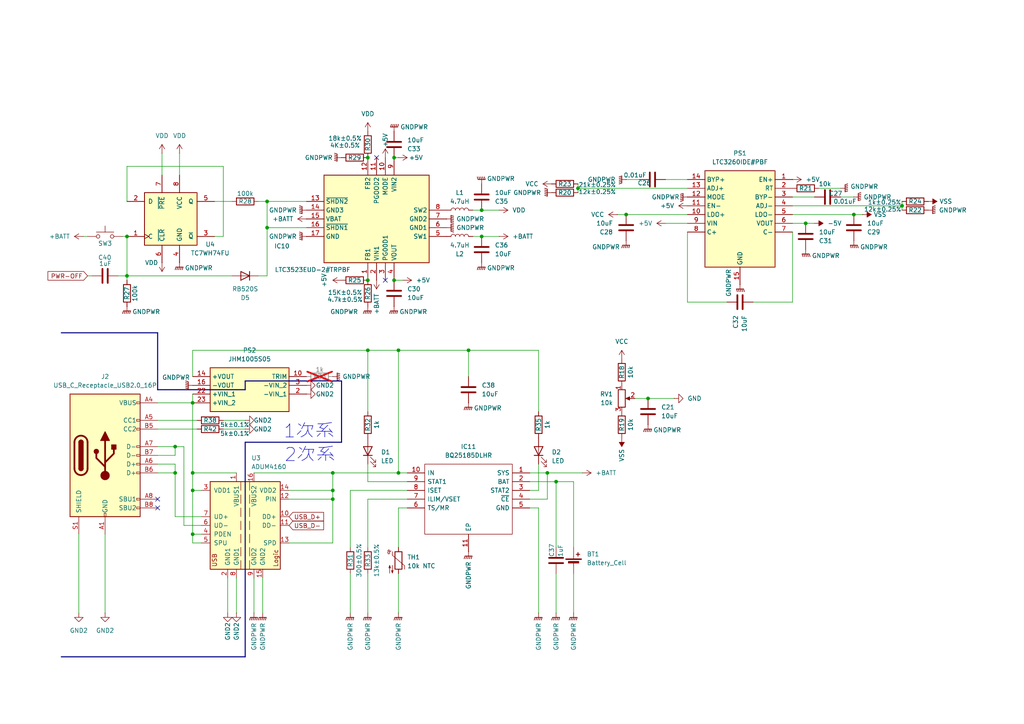
<source format=kicad_sch>
(kicad_sch (version 20250114) (generator "eeschema") (generator_version "9.0")
  (paper "A4")
  (title_block (title "ECG電源") (date "2025-09-30") (rev "v1.0") (company "denjin electric"))
  (text "2次系" (at 89.916 132.08 0) (effects (font (size 3.81 3.81))))
  (text "1次系" (at 89.662 125.222 0) (effects (font (size 3.81 3.81))))
  (junction (at 55.88 116.84))
  (junction (at 55.88 142.24))
  (junction (at 247.65 62.23))
  (junction (at 233.68 64.77))
  (junction (at 135.89 101.6))
  (junction (at 36.83 80.01))
  (junction (at 106.68 101.6))
  (junction (at 77.47 66.04))
  (junction (at 139.7 60.96))
  (junction (at 50.8 137.16))
  (junction (at 181.61 62.23))
  (junction (at 55.88 154.94))
  (junction (at 158.75 137.16))
  (junction (at 96.52 142.24))
  (junction (at 114.3 81.28))
  (junction (at 187.96 115.57))
  (junction (at 139.7 68.58))
  (junction (at 161.29 139.7))
  (junction (at 55.88 137.16))
  (junction (at 50.8 129.54))
  (junction (at 106.68 81.28))
  (junction (at 167.64 54.61))
  (junction (at 96.52 137.16))
  (junction (at 77.47 58.42))
  (junction (at 115.57 137.16))
  (junction (at 106.68 45.72))
  (junction (at 96.52 144.78))
  (junction (at 114.3 45.72))
  (junction (at 36.83 68.58))
  (junction (at 261.62 59.69))
  (junction (at 115.57 101.6))
  (no_connect (at 45.72 144.78))
  (no_connect (at 111.76 81.28))
  (no_connect (at 109.22 45.72))
  (no_connect (at 45.72 147.32))
  (bus (pts (xy 45.72 113.03) (xy 45.72 96.52)))
  (wire (pts (xy 167.64 53.34) (xy 167.64 54.61)))
  (wire (pts (xy 156.21 119.38) (xy 156.21 101.6)))
  (wire (pts (xy 57.15 124.46) (xy 45.72 124.46)))
  (wire (pts (xy 106.68 144.78) (xy 118.11 144.78)))
  (wire (pts (xy 115.57 166.37) (xy 115.57 177.8)))
  (wire (pts (xy 55.88 157.48) (xy 55.88 154.94)))
  (wire (pts (xy 30.48 154.94) (xy 30.48 177.8)))
  (wire (pts (xy 184.15 115.57) (xy 187.96 115.57)))
  (wire (pts (xy 55.88 101.6) (xy 106.68 101.6)))
  (wire (pts (xy 115.57 101.6) (xy 115.57 137.16)))
  (wire (pts (xy 58.42 157.48) (xy 55.88 157.48)))
  (wire (pts (xy 161.29 139.7) (xy 161.29 158.75)))
  (wire (pts (xy 58.42 154.94) (xy 55.88 154.94)))
  (wire (pts (xy 106.68 134.62) (xy 106.68 139.7)))
  (wire (pts (xy 96.52 144.78) (xy 96.52 142.24)))
  (wire (pts (xy 74.93 58.42) (xy 77.47 58.42)))
  (wire (pts (xy 144.78 68.58) (xy 139.7 68.58)))
  (wire (pts (xy 229.87 62.23) (xy 247.65 62.23)))
  (wire (pts (xy 144.78 60.96) (xy 139.7 60.96)))
  (wire (pts (xy 74.93 80.01) (xy 77.47 80.01)))
  (wire (pts (xy 52.07 44.45) (xy 52.07 50.8)))
  (wire (pts (xy 35.56 68.58) (xy 36.83 68.58)))
  (wire (pts (xy 55.88 137.16) (xy 55.88 142.24)))
  (wire (pts (xy 46.99 44.45) (xy 46.99 50.8)))
  (wire (pts (xy 58.42 149.86) (xy 50.8 149.86)))
  (wire (pts (xy 67.31 80.01) (xy 36.83 80.01)))
  (wire (pts (xy 50.8 132.08) (xy 45.72 132.08)))
  (wire (pts (xy 83.82 144.78) (xy 96.52 144.78)))
  (wire (pts (xy 106.68 101.6) (xy 115.57 101.6)))
  (wire (pts (xy 106.68 139.7) (xy 118.11 139.7)))
  (wire (pts (xy 195.58 115.57) (xy 187.96 115.57)))
  (wire (pts (xy 106.68 158.75) (xy 106.68 144.78)))
  (wire (pts (xy 25.4 68.58) (xy 24.13 68.58)))
  (bus (pts (xy 17.78 96.52) (xy 45.72 96.52)))
  (wire (pts (xy 53.34 129.54) (xy 53.34 152.4)))
  (wire (pts (xy 218.44 87.63) (xy 229.87 87.63)))
  (wire (pts (xy 243.84 54.61) (xy 237.49 54.61)))
  (bus (pts (xy 71.12 128.27) (xy 99.06 128.27)))
  (wire (pts (xy 45.72 116.84) (xy 55.88 116.84)))
  (wire (pts (xy 135.89 101.6) (xy 156.21 101.6)))
  (wire (pts (xy 233.68 64.77) (xy 229.87 64.77)))
  (wire (pts (xy 153.67 144.78) (xy 158.75 144.78)))
  (wire (pts (xy 236.22 57.15) (xy 229.87 57.15)))
  (wire (pts (xy 50.8 134.62) (xy 45.72 134.62)))
  (wire (pts (xy 179.07 62.23) (xy 181.61 62.23)))
  (wire (pts (xy 50.8 149.86) (xy 50.8 137.16)))
  (wire (pts (xy 261.62 59.69) (xy 261.62 60.96)))
  (wire (pts (xy 68.58 177.8) (xy 68.58 167.64)))
  (wire (pts (xy 77.47 58.42) (xy 77.47 66.04)))
  (wire (pts (xy 193.04 64.77) (xy 199.39 64.77)))
  (wire (pts (xy 199.39 54.61) (xy 167.64 54.61)))
  (wire (pts (xy 36.83 81.28) (xy 36.83 80.01)))
  (wire (pts (xy 26.67 80.01) (xy 25.4 80.01)))
  (wire (pts (xy 55.88 137.16) (xy 68.58 137.16)))
  (wire (pts (xy 229.87 87.63) (xy 229.87 67.31)))
  (wire (pts (xy 115.57 45.72) (xy 114.3 45.72)))
  (wire (pts (xy 193.04 52.07) (xy 199.39 52.07)))
  (wire (pts (xy 167.64 54.61) (xy 167.64 55.88)))
  (bus (pts (xy 17.78 190.5) (xy 71.12 190.5)))
  (wire (pts (xy 53.34 152.4) (xy 58.42 152.4)))
  (wire (pts (xy 181.61 52.07) (xy 185.42 52.07)))
  (wire (pts (xy 57.15 121.92) (xy 45.72 121.92)))
  (wire (pts (xy 156.21 147.32) (xy 153.67 147.32)))
  (wire (pts (xy 229.87 59.69) (xy 261.62 59.69)))
  (wire (pts (xy 101.6 142.24) (xy 118.11 142.24)))
  (wire (pts (xy 77.47 58.42) (xy 88.9 58.42)))
  (wire (pts (xy 116.84 81.28) (xy 114.3 81.28)))
  (wire (pts (xy 247.65 57.15) (xy 243.84 57.15)))
  (wire (pts (xy 236.22 64.77) (xy 233.68 64.77)))
  (wire (pts (xy 166.37 166.37) (xy 166.37 177.8)))
  (wire (pts (xy 36.83 68.58) (xy 36.83 80.01)))
  (wire (pts (xy 115.57 158.75) (xy 115.57 147.32)))
  (wire (pts (xy 96.52 137.16) (xy 115.57 137.16)))
  (wire (pts (xy 106.68 101.6) (xy 106.68 119.38)))
  (bus (pts (xy 71.12 190.5) (xy 71.12 128.27)))
  (wire (pts (xy 64.77 121.92) (xy 71.12 121.92)))
  (wire (pts (xy 55.88 142.24) (xy 55.88 154.94)))
  (wire (pts (xy 50.8 129.54) (xy 53.34 129.54)))
  (wire (pts (xy 250.19 62.23) (xy 247.65 62.23)))
  (wire (pts (xy 153.67 137.16) (xy 158.75 137.16)))
  (wire (pts (xy 55.88 114.3) (xy 55.88 116.84)))
  (wire (pts (xy 153.67 142.24) (xy 156.21 142.24)))
  (bus (pts (xy 99.06 110.49) (xy 71.12 110.49)))
  (wire (pts (xy 76.2 177.8) (xy 76.2 167.64)))
  (wire (pts (xy 139.7 68.58) (xy 137.16 68.58)))
  (wire (pts (xy 64.77 124.46) (xy 71.12 124.46)))
  (wire (pts (xy 77.47 66.04) (xy 88.9 66.04)))
  (wire (pts (xy 34.29 80.01) (xy 36.83 80.01)))
  (wire (pts (xy 73.66 137.16) (xy 96.52 137.16)))
  (wire (pts (xy 166.37 139.7) (xy 161.29 139.7)))
  (wire (pts (xy 36.83 48.26) (xy 36.83 58.42)))
  (wire (pts (xy 62.23 58.42) (xy 67.31 58.42)))
  (wire (pts (xy 199.39 87.63) (xy 199.39 67.31)))
  (wire (pts (xy 64.77 48.26) (xy 36.83 48.26)))
  (bus (pts (xy 71.12 110.49) (xy 71.12 113.03)))
  (bus (pts (xy 99.06 128.27) (xy 99.06 110.49)))
  (wire (pts (xy 139.7 60.96) (xy 137.16 60.96)))
  (wire (pts (xy 77.47 80.01) (xy 77.47 66.04)))
  (bus (pts (xy 71.12 113.03) (xy 45.72 113.03)))
  (wire (pts (xy 101.6 166.37) (xy 101.6 177.8)))
  (wire (pts (xy 115.57 101.6) (xy 135.89 101.6)))
  (wire (pts (xy 135.89 101.6) (xy 135.89 109.22)))
  (wire (pts (xy 83.82 142.24) (xy 96.52 142.24)))
  (wire (pts (xy 156.21 142.24) (xy 156.21 134.62)))
  (wire (pts (xy 115.57 137.16) (xy 118.11 137.16)))
  (wire (pts (xy 83.82 157.48) (xy 96.52 157.48)))
  (wire (pts (xy 55.88 109.22) (xy 55.88 101.6)))
  (wire (pts (xy 101.6 158.75) (xy 101.6 142.24)))
  (wire (pts (xy 106.68 166.37) (xy 106.68 177.8)))
  (wire (pts (xy 115.57 147.32) (xy 118.11 147.32)))
  (wire (pts (xy 153.67 139.7) (xy 161.29 139.7)))
  (wire (pts (xy 156.21 147.32) (xy 156.21 177.8)))
  (wire (pts (xy 50.8 129.54) (xy 50.8 132.08)))
  (wire (pts (xy 261.62 58.42) (xy 261.62 59.69)))
  (wire (pts (xy 22.86 154.94) (xy 22.86 177.8)))
  (wire (pts (xy 166.37 158.75) (xy 166.37 139.7)))
  (wire (pts (xy 50.8 129.54) (xy 45.72 129.54)))
  (wire (pts (xy 64.77 68.58) (xy 64.77 48.26)))
  (wire (pts (xy 62.23 68.58) (xy 64.77 68.58)))
  (wire (pts (xy 55.88 142.24) (xy 58.42 142.24)))
  (wire (pts (xy 73.66 177.8) (xy 73.66 167.64)))
  (wire (pts (xy 210.82 87.63) (xy 199.39 87.63)))
  (wire (pts (xy 158.75 137.16) (xy 168.91 137.16)))
  (wire (pts (xy 50.8 134.62) (xy 50.8 137.16)))
  (wire (pts (xy 55.88 116.84) (xy 55.88 137.16)))
  (wire (pts (xy 96.52 137.16) (xy 96.52 142.24)))
  (wire (pts (xy 158.75 144.78) (xy 158.75 137.16)))
  (wire (pts (xy 199.39 62.23) (xy 181.61 62.23)))
  (wire (pts (xy 161.29 166.37) (xy 161.29 177.8)))
  (wire (pts (xy 50.8 137.16) (xy 45.72 137.16)))
  (wire (pts (xy 96.52 157.48) (xy 96.52 144.78)))
  (wire (pts (xy 66.04 177.8) (xy 66.04 167.64)))
  (global_label "USB_D+" (shape input) (at 83.82 149.86 0) (property "Intersheetrefs" "${INTERSHEET_REFS}" (effects (hide yes))))
  (global_label "USB_D-" (shape input) (at 83.82 152.4 0) (property "Intersheetrefs" "${INTERSHEET_REFS}" (effects (hide yes))))
  (global_label "PWR-OFF" (shape input) (at 25.4 80.01 180) (property "Intersheetrefs" "${INTERSHEET_REFS}" (effects (hide yes))))
  (symbol (lib_id "power:GNDPWR") (at 106.68 88.9 0) (unit 1)
    (property "Reference" "#PWR086" (effects (hide yes)))
    (property "Value" "GNDPWR" (at 99.822 90.424 0))
    (property "Description" "Power symbol creates a global label with name \"GNDPWR\" , global ground" (effects (hide yes)))
  )
  (symbol (lib_id "Device:R") (at 163.83 53.34 270) (mirror x) (unit 1)
    (property "Reference" "R23" (at 163.83 53.34 90))
    (property "Value" "21k±0.25%" (at 173.228 53.594 90))
    (property "Footprint" "Resistor_SMD:R_0402_1005Metric" (effects (hide yes)))
    (property "Description" "Resistor" (effects (hide yes)))
    (property "URL" "https://www.digikey.jp/short/ffz87t80" (effects (hide yes)))
    (property "cost" "16" (effects (hide yes)))
  )
  (symbol (lib_id "Device:R") (at 92.71 109.22 270) (unit 1) (dnp yes)
    (property "Reference" "R36" (at 92.71 109.22 90))
    (property "Value" "1k" (at 92.71 107.188 90))
    (property "Footprint" "Resistor_SMD:R_0603_1608Metric" (effects (hide yes)))
    (property "Description" "Resistor" (effects (hide yes)))
    (property "URL" "https://www.digikey.jp/short/3r20z439" (effects (hide yes)))
    (property "cost" "16" (effects (hide yes)))
  )
  (symbol (lib_id "Device:C") (at 30.48 80.01 270) (unit 1)
    (property "Reference" "C40" (at 28.448 74.676 90) (effects (justify left)))
    (property "Value" "1uF" (at 28.702 76.454 90) (effects (justify left)))
    (property "Footprint" "Capacitor_SMD:C_0603_1608Metric" (effects (hide yes)))
    (property "Description" "Unpolarized capacitor" (effects (hide yes)))
    (property "URL" "https://www.digikey.jp/short/z2hc7bjt" (effects (hide yes)))
    (property "cost" "12.4" (effects (hide yes)))
  )
  (symbol (lib_id "power:GND2") (at 30.48 177.8 0) (unit 1)
    (property "Reference" "#PWR0102" (effects (hide yes)))
    (property "Value" "GND2" (at 30.48 182.88 0))
    (property "Description" "Power symbol creates a global label with name \"GND2\" , ground" (effects (hide yes)))
  )
  (symbol (lib_id "Device:C") (at 135.89 113.03 0) (unit 1)
    (property "Reference" "C38" (at 139.7 111.7599 0) (effects (justify left)))
    (property "Value" "10uF" (at 139.7 114.2999 0) (effects (justify left)))
    (property "Footprint" "Capacitor_SMD:C_0805_2012Metric" (effects (hide yes)))
    (property "Description" "Unpolarized capacitor" (effects (hide yes)))
    (property "URL" "https://www.digikey.jp/short/jq27tzf7" (effects (hide yes)))
    (property "cost" "26.2" (effects (hide yes)))
  )
  (symbol (lib_id "power:+5V") (at 99.06 81.28 90) (unit 1)
    (property "Reference" "#PWR082" (effects (hide yes)))
    (property "Value" "+5V" (at 93.98 81.28 0))
    (property "Description" "Power symbol creates a global label with name \"+5V\"" (effects (hide yes)))
  )
  (symbol (lib_id "Interface_USB:ADUM4160") (at 71.12 152.4 0) (unit 1)
    (property "Reference" "U3" (at 72.898 132.842 0) (effects (justify left)))
    (property "Value" "ADUM4160" (at 72.898 135.382 0) (effects (justify left)))
    (property "Footprint" "Package_SO:SOIC-16W_7.5x10.3mm_P1.27mm" (effects (hide yes)))
    (property "Description" "Full/Low Speed, iCoupler USB Digital Isolator, 5kV protection, SOIC-16" (effects (hide yes)))
    (property "URL" "https://www.digikey.jp/short/p40tdmz9" (effects (hide yes)))
    (property "cost" "2317" (effects (hide yes)))
  )
  (symbol (lib_id "power:VDD") (at 144.78 60.96 270) (unit 1)
    (property "Reference" "#PWR066" (effects (hide yes)))
    (property "Value" "VDD" (at 148.59 60.9599 90) (effects (justify left)))
    (property "Description" "Power symbol creates a global label with name \"VDD\"" (effects (hide yes)))
  )
  (symbol (lib_id "power:GNDPWR") (at 156.21 177.8 0) (unit 1)
    (property "Reference" "#PWR0110" (effects (hide yes)))
    (property "Value" "GNDPWR" (at 156.21 184.658 90))
    (property "Description" "Power symbol creates a global label with name \"GNDPWR\" , global ground" (effects (hide yes)))
  )
  (symbol (lib_id "power:GNDPWR") (at 88.9 68.58 270) (unit 1)
    (property "Reference" "#PWR075" (effects (hide yes)))
    (property "Value" "GNDPWR" (at 82.042 68.58 90))
    (property "Description" "Power symbol creates a global label with name \"GNDPWR\" , global ground" (effects (hide yes)))
  )
  (symbol (lib_id "power:GND2") (at 71.12 124.46 90) (unit 1)
    (property "Reference" "#PWR095" (effects (hide yes)))
    (property "Value" "GND2" (at 76.2 124.46 90))
    (property "Description" "Power symbol creates a global label with name \"GND2\" , ground" (effects (hide yes)))
  )
  (symbol (lib_id "power:GNDPWR") (at 106.68 177.8 0) (unit 1)
    (property "Reference" "#PWR0108" (effects (hide yes)))
    (property "Value" "GNDPWR" (at 106.68 184.658 90))
    (property "Description" "Power symbol creates a global label with name \"GNDPWR\" , global ground" (effects (hide yes)))
  )
  (symbol (lib_id "power:GNDPWR") (at 181.61 69.85 0) (unit 1)
    (property "Reference" "#PWR077" (effects (hide yes)))
    (property "Value" "GNDPWR" (at 175.768 71.628 0))
    (property "Description" "Power symbol creates a global label with name \"GNDPWR\" , global ground" (effects (hide yes)))
  )
  (symbol (lib_id "power:GND2") (at 22.86 177.8 0) (unit 1)
    (property "Reference" "#PWR0101" (effects (hide yes)))
    (property "Value" "GND2" (at 22.86 182.88 0))
    (property "Description" "Power symbol creates a global label with name \"GND2\" , ground" (effects (hide yes)))
  )
  (symbol (lib_id "Diode:1N914WT") (at 71.12 80.01 180) (unit 1)
    (property "Reference" "D5" (at 71.12 86.36 0))
    (property "Value" "RB520S" (at 71.12 83.82 0))
    (property "Footprint" "Diode_SMD:D_SOD-523" (effects (hide yes)))
    (property "Description" "75V 0.15A Fast switching Diode, SOD-523" (effects (hide yes)))
    (property "URL" "https://akizukidenshi.com/catalog/g/g105566/" (effects (hide yes)))
    (property "cost" "10" (effects (hide yes)))
  )
  (symbol (lib_id "Device:C") (at 187.96 119.38 0) (unit 1)
    (property "Reference" "C21" (at 191.77 118.1099 0) (effects (justify left)))
    (property "Value" "10uF" (at 191.77 120.6499 0) (effects (justify left)))
    (property "Footprint" "Capacitor_SMD:C_0805_2012Metric" (effects (hide yes)))
    (property "Description" "Unpolarized capacitor" (effects (hide yes)))
    (property "URL" "https://www.digikey.jp/short/jq27tzf7" (effects (hide yes)))
    (property "cost" "26.2" (effects (hide yes)))
  )
  (symbol (lib_id "samacsys_ssd:LTC3523EUD-2#TRPBF") (at 106.68 81.28 90) (unit 1)
    (property "Reference" "IC10" (at 81.788 71.374 90))
    (property "Value" "LTC3523EUD-2#TRPBF" (at 90.678 78.232 90))
    (property "Footprint" "samacsys:QFN50P300X300X80-17N-D" (effects (hide yes)))
    (property "Description" "IC REG BCK BST ADJ DL SYNC 16QFN" (effects (hide yes)))
    (property "URL" "https://www.digikey.jp/short/zwvdzpnh" (effects (hide yes)))
    (property "cost" "1551" (effects (hide yes)))
  )
  (symbol (lib_id "power:+5V") (at 193.04 64.77 90) (mirror x) (unit 1)
    (property "Reference" "#PWR071" (effects (hide yes)))
    (property "Value" "+5V" (at 189.23 64.7699 90) (effects (justify left)))
    (property "Description" "Power symbol creates a global label with name \"+5V\"" (effects (hide yes)))
  )
  (symbol (lib_id "Device:C") (at 139.7 72.39 0) (unit 1)
    (property "Reference" "C36" (at 143.51 71.1199 0) (effects (justify left)))
    (property "Value" "10uF" (at 143.51 73.6599 0) (effects (justify left)))
    (property "Footprint" "Capacitor_SMD:C_0805_2012Metric" (effects (hide yes)))
    (property "Description" "Unpolarized capacitor" (effects (hide yes)))
    (property "URL" "https://www.digikey.jp/short/jq27tzf7" (effects (hide yes)))
    (property "cost" "26.2" (effects (hide yes)))
  )
  (symbol (lib_id "Device:R") (at 106.68 123.19 180) (unit 1)
    (property "Reference" "R32" (at 106.68 123.19 90))
    (property "Value" "1k" (at 109.22 123.19 90))
    (property "Footprint" "Resistor_SMD:R_0603_1608Metric" (effects (hide yes)))
    (property "Description" "Resistor" (effects (hide yes)))
    (property "URL" "https://www.digikey.jp/short/3r20z439" (effects (hide yes)))
    (property "cost" "16" (effects (hide yes)))
  )
  (symbol (lib_id "Device:C") (at 139.7 57.15 0) (mirror x) (unit 1)
    (property "Reference" "C35" (at 143.51 58.4201 0) (effects (justify left)))
    (property "Value" "10uF" (at 143.51 55.8801 0) (effects (justify left)))
    (property "Footprint" "Capacitor_SMD:C_0805_2012Metric" (effects (hide yes)))
    (property "Description" "Unpolarized capacitor" (effects (hide yes)))
    (property "URL" "https://www.digikey.jp/short/jq27tzf7" (effects (hide yes)))
    (property "cost" "26.2" (effects (hide yes)))
  )
  (symbol (lib_id "power:VSS") (at 269.24 58.42 270) (mirror x) (unit 1)
    (property "Reference" "#PWR061" (effects (hide yes)))
    (property "Value" "VSS" (at 274.32 58.42 90))
    (property "Description" "Power symbol creates a global label with name \"VSS\"" (effects (hide yes)))
  )
  (symbol (lib_id "power:VCC") (at 180.34 104.14 0) (mirror y) (unit 1)
    (property "Reference" "#PWR0136" (effects (hide yes)))
    (property "Value" "VCC" (at 180.34 99.06 0))
    (property "Description" "Power symbol creates a global label with name \"VCC\"" (effects (hide yes)))
  )
  (symbol (lib_id "Device:R") (at 106.68 85.09 0) (mirror x) (unit 1)
    (property "Reference" "R26" (at 106.68 85.09 90))
    (property "Value" "4.7k±0.5%" (at 100.076 86.868 0))
    (property "Footprint" "Resistor_SMD:R_0603_1608Metric" (effects (hide yes)))
    (property "Description" "Resistor" (effects (hide yes)))
    (property "URL" "https://www.digikey.jp/short/dd45t3rc" (effects (hide yes)))
    (property "cost" "16" (effects (hide yes)))
  )
  (symbol (lib_id "Connector:USB_C_Receptacle_USB2.0_16P") (at 30.48 132.08 0) (unit 1)
    (property "Reference" "J2" (at 30.48 109.22 0))
    (property "Value" "USB_C_Receptacle_USB2.0_16P" (at 30.48 111.76 0))
    (property "Footprint" "original:USB_C_Receptacle_HRO_TYPE-C-31-M-12" (effects (hide yes)))
    (property "Description" "USB 2.0-only 16P Type-C Receptacle connector" (effects (hide yes)))
    (property "URL" "https://akizukidenshi.com/catalog/g/g114356/" (effects (hide yes)))
    (property "cost" "110" (effects (hide yes)))
  )
  (symbol (lib_id "Device:R") (at 163.83 55.88 270) (mirror x) (unit 1)
    (property "Reference" "R20" (at 163.83 55.88 90))
    (property "Value" "12k±0.25%" (at 173.228 55.626 90))
    (property "Footprint" "Resistor_SMD:R_0402_1005Metric" (effects (hide yes)))
    (property "Description" "Resistor" (effects (hide yes)))
    (property "URL" "https://www.digikey.jp/short/n1npftr7" (effects (hide yes)))
    (property "cost" "16" (effects (hide yes)))
  )
  (symbol (lib_id "power:GNDPWR") (at 73.66 177.8 0) (unit 1)
    (property "Reference" "#PWR0105" (effects (hide yes)))
    (property "Value" "GNDPWR" (at 73.66 184.658 90))
    (property "Description" "Power symbol creates a global label with name \"GNDPWR\" , global ground" (effects (hide yes)))
  )
  (symbol (lib_id "power:VDD") (at 46.99 76.2 180) (unit 1)
    (property "Reference" "#PWR0204" (effects (hide yes)))
    (property "Value" "VDD" (at 43.942 76.2 0))
    (property "Description" "Power symbol creates a global label with name \"VDD\"" (effects (hide yes)))
  )
  (symbol (lib_id "Device:R") (at 106.68 41.91 0) (unit 1)
    (property "Reference" "R30" (at 106.68 41.91 90))
    (property "Value" "18k±0.5%" (at 100.076 40.132 0))
    (property "Footprint" "Resistor_SMD:R_0603_1608Metric" (effects (hide yes)))
    (property "Description" "Resistor" (effects (hide yes)))
    (property "URL" "https://www.digikey.jp/short/v8qqdtmh" (effects (hide yes)))
    (property "cost" "16" (effects (hide yes)))
  )
  (symbol (lib_id "Device:LED") (at 106.68 130.81 90) (unit 1)
    (property "Reference" "D1" (at 110.49 131.1274 90) (effects (justify right)))
    (property "Value" "LED" (at 110.49 133.6674 90) (effects (justify right)))
    (property "Footprint" "LED_SMD:LED_0603_1608Metric" (effects (hide yes)))
    (property "Description" "Light emitting diode" (effects (hide yes)))
    (property "URL" "https://akizukidenshi.com/catalog/g/g108274/" (effects (hide yes)))
    (property "cost" "10" (effects (hide yes)))
  )
  (symbol (lib_id "power:GNDPWR") (at 160.02 55.88 270) (unit 1)
    (property "Reference" "#PWR058" (effects (hide yes)))
    (property "Value" "GNDPWR" (at 152.908 55.88 90))
    (property "Description" "Power symbol creates a global label with name \"GNDPWR\" , global ground" (effects (hide yes)))
  )
  (symbol (lib_id "Device:R") (at 102.87 81.28 270) (unit 1)
    (property "Reference" "R25" (at 102.87 81.28 90))
    (property "Value" "15K±0.5%" (at 100.076 84.836 90))
    (property "Footprint" "Resistor_SMD:R_0603_1608Metric" (effects (hide yes)))
    (property "Description" "Resistor" (effects (hide yes)))
    (property "URL" "https://www.digikey.jp/short/nn2jdvhq" (effects (hide yes)))
    (property "cost" "16" (effects (hide yes)))
  )
  (symbol (lib_id "power:GNDPWR") (at 247.65 69.85 0) (mirror y) (unit 1)
    (property "Reference" "#PWR078" (effects (hide yes)))
    (property "Value" "GNDPWR" (at 253.492 71.628 0))
    (property "Description" "Power symbol creates a global label with name \"GNDPWR\" , global ground" (effects (hide yes)))
  )
  (symbol (lib_id "power:GNDPWR") (at 187.96 123.19 0) (unit 1)
    (property "Reference" "#PWR0135" (effects (hide yes)))
    (property "Value" "GNDPWR" (at 193.548 124.714 0))
    (property "Description" "Power symbol creates a global label with name \"GNDPWR\" , global ground" (effects (hide yes)))
  )
  (symbol (lib_id "Device:R") (at 60.96 121.92 270) (unit 1)
    (property "Reference" "R38" (at 60.96 121.92 90))
    (property "Value" "5k±0.1%" (at 68.072 123.19 90))
    (property "Footprint" "Resistor_SMD:R_0603_1608Metric" (effects (hide yes)))
    (property "Description" "Resistor" (effects (hide yes)))
    (property "URL" "https://www.digikey.jp/short/h2hb75h0" (effects (hide yes)))
    (property "cost" "16" (effects (hide yes)))
  )
  (symbol (lib_id "Device:C") (at 114.3 41.91 0) (mirror x) (unit 1)
    (property "Reference" "C33" (at 118.11 43.1801 0) (effects (justify left)))
    (property "Value" "10uF" (at 118.11 40.6401 0) (effects (justify left)))
    (property "Footprint" "Capacitor_SMD:C_0805_2012Metric" (effects (hide yes)))
    (property "Description" "Unpolarized capacitor" (effects (hide yes)))
    (property "URL" "https://www.digikey.jp/short/jq27tzf7" (effects (hide yes)))
    (property "cost" "26.2" (effects (hide yes)))
  )
  (symbol (lib_id "power:GNDPWR") (at 233.68 72.39 0) (mirror y) (unit 1)
    (property "Reference" "#PWR080" (effects (hide yes)))
    (property "Value" "GNDPWR" (at 239.522 74.168 0))
    (property "Description" "Power symbol creates a global label with name \"GNDPWR\" , global ground" (effects (hide yes)))
  )
  (symbol (lib_id "74xGxx:74AUP1G74") (at 49.53 63.5 0) (unit 1)
    (property "Reference" "U4" (at 60.96 70.866 0))
    (property "Value" "TC7WH74FU" (at 60.96 73.406 0))
    (property "Footprint" "Package_SO:SSOP-8_2.95x2.8mm_P0.65mm" (effects (hide yes)))
    (property "Description" "Single D Flip-Flop, Low-Voltage CMOS" (effects (hide yes)))
    (property "URL" "https://www.digikey.jp/short/n9hzjn8j" (effects (hide yes)))
    (property "cost" "29" (effects (hide yes)))
  )
  (symbol (lib_id "Device:R") (at 102.87 45.72 270) (mirror x) (unit 1)
    (property "Reference" "R29" (at 102.87 45.72 90))
    (property "Value" "4K±0.5%" (at 100.076 42.164 90))
    (property "Footprint" "Resistor_SMD:R_0603_1608Metric" (effects (hide yes)))
    (property "Description" "Resistor" (effects (hide yes)))
    (property "URL" "https://www.digikey.jp/short/j343b790" (effects (hide yes)))
    (property "cost" "16" (effects (hide yes)))
  )
  (symbol (lib_id "power:GNDPWR") (at 181.61 52.07 270) (mirror x) (unit 1)
    (property "Reference" "#PWR053" (effects (hide yes)))
    (property "Value" "GNDPWR" (at 174.498 52.07 90))
    (property "Description" "Power symbol creates a global label with name \"GNDPWR\" , global ground" (effects (hide yes)))
  )
  (symbol (lib_id "power:VDD") (at 46.99 44.45 0) (unit 1)
    (property "Reference" "#PWR0202" (effects (hide yes)))
    (property "Value" "VDD" (at 46.99 39.37 0))
    (property "Description" "Power symbol creates a global label with name \"VDD\"" (effects (hide yes)))
  )
  (symbol (lib_id "power:GNDPWR") (at 76.2 177.8 0) (unit 1)
    (property "Reference" "#PWR0106" (effects (hide yes)))
    (property "Value" "GNDPWR" (at 76.2 184.658 90))
    (property "Description" "Power symbol creates a global label with name \"GNDPWR\" , global ground" (effects (hide yes)))
  )
  (symbol (lib_id "power:GND2") (at 71.12 121.92 90) (unit 1)
    (property "Reference" "#PWR094" (effects (hide yes)))
    (property "Value" "GND2" (at 76.2 121.92 90))
    (property "Description" "Power symbol creates a global label with name \"GND2\" , ground" (effects (hide yes)))
  )
  (symbol (lib_id "Device:R") (at 36.83 85.09 180) (unit 1)
    (property "Reference" "R27" (at 36.83 85.09 90))
    (property "Value" "100k" (at 39.116 85.09 90))
    (property "Footprint" "Resistor_SMD:R_0603_1608Metric" (effects (hide yes)))
    (property "Description" "Resistor" (effects (hide yes)))
    (property "URL" "https://www.digikey.jp/short/nmnmd332" (effects (hide yes)))
    (property "cost" "16" (effects (hide yes)))
  )
  (symbol (lib_id "Device:LED") (at 156.21 130.81 90) (unit 1)
    (property "Reference" "D2" (at 160.02 131.1274 90) (effects (justify right)))
    (property "Value" "LED" (at 160.02 133.6674 90) (effects (justify right)))
    (property "Footprint" "LED_SMD:LED_0603_1608Metric" (effects (hide yes)))
    (property "Description" "Light emitting diode" (effects (hide yes)))
    (property "URL" "https://akizukidenshi.com/catalog/g/g108274/" (effects (hide yes)))
    (property "cost" "10" (effects (hide yes)))
  )
  (symbol (lib_id "power:GNDPWR") (at 161.29 177.8 0) (unit 1)
    (property "Reference" "#PWR0111" (effects (hide yes)))
    (property "Value" "GNDPWR" (at 161.29 184.658 90))
    (property "Description" "Power symbol creates a global label with name \"GNDPWR\" , global ground" (effects (hide yes)))
  )
  (symbol (lib_id "Device:C") (at 181.61 66.04 180) (unit 1)
    (property "Reference" "C28" (at 177.8 67.3101 0) (effects (justify left)))
    (property "Value" "10uF" (at 177.8 64.7701 0) (effects (justify left)))
    (property "Footprint" "Capacitor_SMD:C_0805_2012Metric" (effects (hide yes)))
    (property "Description" "Unpolarized capacitor" (effects (hide yes)))
    (property "URL" "https://www.digikey.jp/short/jq27tzf7" (effects (hide yes)))
    (property "cost" "26.2" (effects (hide yes)))
  )
  (symbol (lib_id "Device:C") (at 247.65 66.04 0) (mirror x) (unit 1)
    (property "Reference" "C29" (at 251.46 67.3101 0) (effects (justify left)))
    (property "Value" "10uF" (at 251.46 64.7701 0) (effects (justify left)))
    (property "Footprint" "Capacitor_SMD:C_0805_2012Metric" (effects (hide yes)))
    (property "Description" "Unpolarized capacitor" (effects (hide yes)))
    (property "URL" "https://www.digikey.jp/short/jq27tzf7" (effects (hide yes)))
    (property "cost" "26.2" (effects (hide yes)))
  )
  (symbol (lib_id "power:GND2") (at 68.58 177.8 0) (unit 1)
    (property "Reference" "#PWR0104" (effects (hide yes)))
    (property "Value" "GND2" (at 68.58 183.134 90))
    (property "Description" "Power symbol creates a global label with name \"GND2\" , ground" (effects (hide yes)))
  )
  (symbol (lib_id "power:-5V") (at 236.22 64.77 270) (unit 1)
    (property "Reference" "#PWR072" (effects (hide yes)))
    (property "Value" "-5V" (at 240.03 64.7699 90) (effects (justify left)))
    (property "Description" "Power symbol creates a global label with name \"-5V\"" (effects (hide yes)))
  )
  (symbol (lib_id "Device:L") (at 133.35 68.58 270) (mirror x) (unit 1)
    (property "Reference" "L2" (at 133.35 73.66 90))
    (property "Value" "4.7uH" (at 133.35 71.12 90))
    (property "Footprint" "Inductor_SMD:L_1210_3225Metric" (effects (hide yes)))
    (property "Description" "Inductor" (effects (hide yes)))
    (property "URL" "https://www.digikey.jp/short/tm91hdp5" (effects (hide yes)))
    (property "cost" "113" (effects (hide yes)))
  )
  (symbol (lib_id "power:GNDPWR") (at 243.84 54.61 90) (mirror x) (unit 1)
    (property "Reference" "#PWR057" (effects (hide yes)))
    (property "Value" "GNDPWR" (at 250.698 54.102 90))
    (property "Description" "Power symbol creates a global label with name \"GNDPWR\" , global ground" (effects (hide yes)))
  )
  (symbol (lib_id "Device:R") (at 265.43 58.42 90) (unit 1)
    (property "Reference" "R24" (at 265.43 58.42 90))
    (property "Value" "1k±0.25%" (at 256.54 58.674 90))
    (property "Footprint" "Resistor_SMD:R_0402_1005Metric" (effects (hide yes)))
    (property "Description" "Resistor" (effects (hide yes)))
    (property "URL" "https://www.digikey.jp/short/f0v3bb4p" (effects (hide yes)))
    (property "cost" "16" (effects (hide yes)))
  )
  (symbol (lib_id "power:+BATT") (at 109.22 81.28 180) (unit 1)
    (property "Reference" "#PWR083" (effects (hide yes)))
    (property "Value" "+BATT" (at 109.2201 85.09 90) (effects (justify left)))
    (property "Description" "Power symbol creates a global label with name \"+BATT\"" (effects (hide yes)))
  )
  (symbol (lib_id "Device:C") (at 233.68 68.58 0) (mirror x) (unit 1)
    (property "Reference" "C31" (at 237.49 69.8501 0) (effects (justify left)))
    (property "Value" "10uF" (at 237.49 67.3101 0) (effects (justify left)))
    (property "Footprint" "Capacitor_SMD:C_0805_2012Metric" (effects (hide yes)))
    (property "Description" "Unpolarized capacitor" (effects (hide yes)))
    (property "URL" "https://www.digikey.jp/short/jq27tzf7" (effects (hide yes)))
    (property "cost" "26.2" (effects (hide yes)))
  )
  (symbol (lib_id "power:VDD") (at 52.07 44.45 0) (unit 1)
    (property "Reference" "#PWR0201" (effects (hide yes)))
    (property "Value" "VDD" (at 52.07 39.37 0))
    (property "Description" "Power symbol creates a global label with name \"VDD\"" (effects (hide yes)))
  )
  (symbol (lib_id "Device:Thermistor_NTC") (at 115.57 162.56 0) (unit 1)
    (property "Reference" "TH1" (at 118.11 161.6074 0) (effects (justify left)))
    (property "Value" "10k NTC" (at 118.11 164.1474 0) (effects (justify left)))
    (property "Footprint" "samacsys:103JT050" (effects (hide yes)))
    (property "Description" "Temperature dependent resistor, negative temperature coefficient" (effects (hide yes)))
    (property "URL" "https://www.digikey.jp/short/rp1f80wz" (effects (hide yes)))
    (property "cost" "116" (effects (hide yes)))
  )
  (symbol (lib_id "Device:L") (at 133.35 60.96 90) (unit 1)
    (property "Reference" "L1" (at 133.35 55.88 90))
    (property "Value" "4.7uH" (at 133.35 58.42 90))
    (property "Footprint" "Inductor_SMD:L_1210_3225Metric" (effects (hide yes)))
    (property "Description" "Inductor" (effects (hide yes)))
    (property "URL" "https://www.digikey.jp/short/tm91hdp5" (effects (hide yes)))
    (property "cost" "113" (effects (hide yes)))
  )
  (symbol (lib_id "Device:R") (at 106.68 162.56 180) (unit 1)
    (property "Reference" "R33" (at 106.68 162.56 90))
    (property "Value" "13k±0.5%" (at 109.22 162.56 90))
    (property "Footprint" "Resistor_SMD:R_0603_1608Metric" (effects (hide yes)))
    (property "Description" "Resistor" (effects (hide yes)))
    (property "URL" "https://www.digikey.jp/short/05vq5fbb" (effects (hide yes)))
    (property "cost" "16" (effects (hide yes)))
  )
  (symbol (lib_id "power:+5V") (at 229.87 52.07 270) (mirror x) (unit 1)
    (property "Reference" "#PWR054" (effects (hide yes)))
    (property "Value" "+5V" (at 233.68 52.0699 90) (effects (justify left)))
    (property "Description" "Power symbol creates a global label with name \"+5V\"" (effects (hide yes)))
  )
  (symbol (lib_id "Device:C") (at 189.23 52.07 270) (unit 1)
    (property "Reference" "C26" (at 184.912 53.086 90) (effects (justify left)))
    (property "Value" "0.01uF" (at 180.848 50.8 90) (effects (justify left)))
    (property "Footprint" "Capacitor_SMD:C_0402_1005Metric" (effects (hide yes)))
    (property "Description" "Unpolarized capacitor" (effects (hide yes)))
    (property "URL" "https://www.digikey.jp/short/qw743c7n" (effects (hide yes)))
    (property "cost" "37" (effects (hide yes)))
  )
  (symbol (lib_id "power:VSS") (at 180.34 127 0) (mirror x) (unit 1)
    (property "Reference" "#PWR0139" (effects (hide yes)))
    (property "Value" "VSS" (at 180.34 132.08 90))
    (property "Description" "Power symbol creates a global label with name \"VSS\"" (effects (hide yes)))
  )
  (symbol (lib_id "power:GNDPWR") (at 99.06 45.72 270) (unit 1)
    (property "Reference" "#PWR050" (effects (hide yes)))
    (property "Value" "GNDPWR" (at 92.456 45.72 90))
    (property "Description" "Power symbol creates a global label with name \"GNDPWR\" , global ground" (effects (hide yes)))
  )
  (symbol (lib_id "power:VSS") (at 250.19 62.23 270) (mirror x) (unit 1)
    (property "Reference" "#PWR068" (effects (hide yes)))
    (property "Value" "VSS" (at 255.27 62.23 90))
    (property "Description" "Power symbol creates a global label with name \"VSS\"" (effects (hide yes)))
  )
  (symbol (lib_id "power:VCC") (at 179.07 62.23 90) (mirror x) (unit 1)
    (property "Reference" "#PWR067" (effects (hide yes)))
    (property "Value" "VCC" (at 175.26 62.2299 90) (effects (justify left)))
    (property "Description" "Power symbol creates a global label with name \"VCC\"" (effects (hide yes)))
  )
  (symbol (lib_id "power:GNDPWR") (at 214.63 82.55 0) (mirror y) (unit 1)
    (property "Reference" "#PWR085" (effects (hide yes)))
    (property "Value" "GNDPWR" (at 211.328 82.042 90))
    (property "Description" "Power symbol creates a global label with name \"GNDPWR\" , global ground" (effects (hide yes)))
  )
  (symbol (lib_id "Device:R") (at 180.34 123.19 180) (unit 1)
    (property "Reference" "R19" (at 180.34 123.19 90))
    (property "Value" "10k" (at 182.88 123.19 90))
    (property "Footprint" "Resistor_SMD:R_0603_1608Metric" (effects (hide yes)))
    (property "Description" "Resistor" (effects (hide yes)))
    (property "URL" "https://www.digikey.jp/short/pwff912h" (effects (hide yes)))
    (property "cost" "16" (effects (hide yes)))
  )
  (symbol (lib_id "power:GNDPWR") (at 55.88 111.76 270) (unit 1)
    (property "Reference" "#PWR089" (effects (hide yes)))
    (property "Value" "GNDPWR" (at 51.054 109.474 90))
    (property "Description" "Power symbol creates a global label with name \"GNDPWR\" , global ground" (effects (hide yes)))
  )
  (symbol (lib_id "Device:R") (at 156.21 123.19 180) (unit 1)
    (property "Reference" "R35" (at 156.21 123.19 90))
    (property "Value" "1k" (at 158.75 123.19 90))
    (property "Footprint" "Resistor_SMD:R_0603_1608Metric" (effects (hide yes)))
    (property "Description" "Resistor" (effects (hide yes)))
    (property "URL" "https://www.digikey.jp/short/3r20z439" (effects (hide yes)))
    (property "cost" "16" (effects (hide yes)))
  )
  (symbol (lib_id "power:GNDPWR") (at 96.52 109.22 90) (unit 1)
    (property "Reference" "#PWR088" (effects (hide yes)))
    (property "Value" "GNDPWR" (at 103.378 109.22 90))
    (property "Description" "Power symbol creates a global label with name \"GNDPWR\" , global ground" (effects (hide yes)))
  )
  (symbol (lib_id "Device:C") (at 114.3 85.09 0) (unit 1)
    (property "Reference" "C30" (at 118.11 83.8199 0) (effects (justify left)))
    (property "Value" "10uF" (at 118.11 86.3599 0) (effects (justify left)))
    (property "Footprint" "Capacitor_SMD:C_0805_2012Metric" (effects (hide yes)))
    (property "Description" "Unpolarized capacitor" (effects (hide yes)))
    (property "URL" "https://www.digikey.jp/short/jq27tzf7" (effects (hide yes)))
    (property "cost" "26.2" (effects (hide yes)))
  )
  (symbol (lib_id "power:+5V") (at 115.57 45.72 270) (unit 1)
    (property "Reference" "#PWR052" (effects (hide yes)))
    (property "Value" "+5V" (at 120.65 45.72 90))
    (property "Description" "Power symbol creates a global label with name \"+5V\"" (effects (hide yes)))
  )
  (symbol (lib_id "samacsys_ssd:LTC3260IDE#PBF") (at 229.87 52.07 0) (mirror y) (unit 1)
    (property "Reference" "PS1" (at 214.63 44.45 0))
    (property "Value" "LTC3260IDE#PBF" (at 214.63 46.99 0))
    (property "Footprint" "samacsys:SON50P300X400X80-15N-D" (effects (hide yes)))
    (property "Description" "LINEAR TECHNOLOGY - LTC3260IDE#PBF - CHARGE PUMP, INV, 32VIN, 500KHZ, 14DFN" (effects (hide yes)))
    (property "URL" "https://www.digikey.jp/short/r2839mdf" (effects (hide yes)))
    (property "cost" "1723" (effects (hide yes)))
  )
  (symbol (lib_id "power:GNDPWR") (at 135.89 160.02 0) (unit 1)
    (property "Reference" "#PWR0100" (effects (hide yes)))
    (property "Value" "GNDPWR" (at 135.89 166.878 90))
    (property "Description" "Power symbol creates a global label with name \"GNDPWR\" , global ground" (effects (hide yes)))
  )
  (symbol (lib_id "power:GNDPWR") (at 247.65 57.15 90) (mirror x) (unit 1)
    (property "Reference" "#PWR060" (effects (hide yes)))
    (property "Value" "GNDPWR" (at 254.508 57.15 90))
    (property "Description" "Power symbol creates a global label with name \"GNDPWR\" , global ground" (effects (hide yes)))
  )
  (symbol (lib_id "power:GNDPWR") (at 52.07 76.2 0) (unit 1)
    (property "Reference" "#PWR0200" (effects (hide yes)))
    (property "Value" "GNDPWR" (at 57.658 77.724 0))
    (property "Description" "Power symbol creates a global label with name \"GNDPWR\" , global ground" (effects (hide yes)))
  )
  (symbol (lib_id "Switch:SW_Push") (at 30.48 68.58 0) (mirror y) (unit 1)
    (property "Reference" "SW3" (at 30.48 70.612 0))
    (property "Value" "SW_Push" (effects (hide yes)))
    (property "Footprint" "Button_Switch_SMD:SW_SPST_PTS645" (effects (hide yes)))
    (property "Description" "Push button switch, generic, two pins" (effects (hide yes)))
    (property "URL" "https://akizukidenshi.com/catalog/g/g115969/" (effects (hide yes)))
    (property "cost" "30" (effects (hide yes)))
  )
  (symbol (lib_id "power:GNDPWR") (at 115.57 177.8 0) (unit 1)
    (property "Reference" "#PWR0109" (effects (hide yes)))
    (property "Value" "GNDPWR" (at 115.57 184.658 90))
    (property "Description" "Power symbol creates a global label with name \"GNDPWR\" , global ground" (effects (hide yes)))
  )
  (symbol (lib_id "power:+5V") (at 199.39 59.69 90) (mirror x) (unit 1)
    (property "Reference" "#PWR063" (effects (hide yes)))
    (property "Value" "+5V" (at 195.58 59.6899 90) (effects (justify left)))
    (property "Description" "Power symbol creates a global label with name \"+5V\"" (effects (hide yes)))
  )
  (symbol (lib_id "power:GNDPWR") (at 269.24 60.96 90) (mirror x) (unit 1)
    (property "Reference" "#PWR064" (effects (hide yes)))
    (property "Value" "GNDPWR" (at 276.352 60.96 90))
    (property "Description" "Power symbol creates a global label with name \"GNDPWR\" , global ground" (effects (hide yes)))
  )
  (symbol (lib_id "power:GNDPWR") (at 129.54 66.04 90) (unit 1)
    (property "Reference" "#PWR074" (effects (hide yes)))
    (property "Value" "GNDPWR" (at 136.398 66.04 90))
    (property "Description" "Power symbol creates a global label with name \"GNDPWR\" , global ground" (effects (hide yes)))
  )
  (symbol (lib_id "samacsys:BQ25185DLHR") (at 153.67 137.16 0) (mirror y) (unit 1)
    (property "Reference" "IC11" (at 135.89 129.54 0))
    (property "Value" "BQ25185DLHR" (at 135.89 132.08 0))
    (property "Footprint" "samacsys:SON40P220X200X80-11N" (effects (hide yes)))
    (property "Description" "Battery Management NPI  1-CELL 1A STANDALONE LNR HRGR" (effects (hide yes)))
    (property "URL" "https://www.digikey.jp/short/5bfq7p0n" (effects (hide yes)))
    (property "cost" "323" (effects (hide yes)))
  )
  (symbol (lib_id "power:GND") (at 195.58 115.57 90) (unit 1)
    (property "Reference" "#PWR0134" (effects (hide yes)))
    (property "Value" "GND" (at 199.39 115.5699 90) (effects (justify right)))
    (property "Description" "Power symbol creates a global label with name \"GND\" , ground" (effects (hide yes)))
  )
  (symbol (lib_id "Device:R_Potentiometer") (at 180.34 115.57 0) (unit 1)
    (property "Reference" "RV1" (at 177.8 114.2999 0) (effects (justify right)))
    (property "Value" "10k" (at 177.8 116.8399 0) (effects (justify right)))
    (property "Footprint" "Potentiometer_SMD:Potentiometer_Bourns_3314J_Vertical" (effects (hide yes)))
    (property "Description" "Potentiometer" (effects (hide yes)))
    (property "URL" "https://www.digikey.jp/short/3jbtw331" (effects (hide yes)))
    (property "cost" "251" (effects (hide yes)))
  )
  (symbol (lib_id "power:+BATT") (at 144.78 68.58 270) (unit 1)
    (property "Reference" "#PWR076" (effects (hide yes)))
    (property "Value" "+BATT" (at 148.59 68.5799 90) (effects (justify left)))
    (property "Description" "Power symbol creates a global label with name \"+BATT\"" (effects (hide yes)))
  )
  (symbol (lib_id "Device:C") (at 240.03 57.15 90) (unit 1)
    (property "Reference" "C27" (at 244.348 56.134 90) (effects (justify left)))
    (property "Value" "0.01uF" (at 248.412 58.42 90) (effects (justify left)))
    (property "Footprint" "Capacitor_SMD:C_0402_1005Metric" (effects (hide yes)))
    (property "Description" "Unpolarized capacitor" (effects (hide yes)))
    (property "URL" "https://www.digikey.jp/short/qw743c7n" (effects (hide yes)))
    (property "cost" "37" (effects (hide yes)))
  )
  (symbol (lib_id "power:GND2") (at 88.9 114.3 90) (unit 1)
    (property "Reference" "#PWR091" (effects (hide yes)))
    (property "Value" "GND2" (at 94.234 114.3 90))
    (property "Description" "Power symbol creates a global label with name \"GND2\" , ground" (effects (hide yes)))
  )
  (symbol (lib_id "power:GNDPWR") (at 199.39 57.15 270) (mirror x) (unit 1)
    (property "Reference" "#PWR059" (effects (hide yes)))
    (property "Value" "GNDPWR" (at 193.04 57.15 90))
    (property "Description" "Power symbol creates a global label with name \"GNDPWR\" , global ground" (effects (hide yes)))
  )
  (symbol (lib_id "power:GNDPWR") (at 129.54 63.5 90) (unit 1)
    (property "Reference" "#PWR070" (effects (hide yes)))
    (property "Value" "GNDPWR" (at 136.398 63.5 90))
    (property "Description" "Power symbol creates a global label with name \"GNDPWR\" , global ground" (effects (hide yes)))
  )
  (symbol (lib_id "Device:Battery_Cell") (at 166.37 163.83 0) (unit 1)
    (property "Reference" "BT1" (at 170.18 160.7184 0) (effects (justify left)))
    (property "Value" "Battery_Cell" (at 170.18 163.2584 0) (effects (justify left)))
    (property "Footprint" "Connector_JST:JST_PH_S2B-PH-K_1x02_P2.00mm_Horizontal" (effects (hide yes)))
    (property "Description" "Single-cell battery" (effects (hide yes)))
    (property "URL" "https://www.sengoku.co.jp/mod/sgk_cart/detail.php?code=EEHD-6APF" (effects (hide yes)))
    (property "cost" "3280" (effects (hide yes)))
  )
  (symbol (lib_id "Device:R") (at 60.96 124.46 270) (unit 1)
    (property "Reference" "R42" (at 60.96 124.46 90))
    (property "Value" "5k±0.1%" (at 68.072 125.73 90))
    (property "Footprint" "Resistor_SMD:R_0603_1608Metric" (effects (hide yes)))
    (property "Description" "Resistor" (effects (hide yes)))
    (property "URL" "https://www.digikey.jp/short/h2hb75h0" (effects (hide yes)))
    (property "cost" "16" (effects (hide yes)))
  )
  (symbol (lib_id "Device:C") (at 161.29 162.56 0) (mirror y) (unit 1)
    (property "Reference" "C37" (at 160.02 161.544 90) (effects (justify left)))
    (property "Value" "1uF" (at 162.56 161.544 90) (effects (justify left)))
    (property "Footprint" "Capacitor_SMD:C_0603_1608Metric" (effects (hide yes)))
    (property "Description" "Unpolarized capacitor" (effects (hide yes)))
    (property "URL" "https://www.digikey.jp/short/z2hc7bjt" (effects (hide yes)))
    (property "cost" "12.4" (effects (hide yes)))
  )
  (symbol (lib_id "power:GND2") (at 88.9 111.76 90) (unit 1)
    (property "Reference" "#PWR090" (effects (hide yes)))
    (property "Value" "GND2" (at 94.234 111.76 90))
    (property "Description" "Power symbol creates a global label with name \"GND2\" , ground" (effects (hide yes)))
  )
  (symbol (lib_id "power:GNDPWR") (at 166.37 177.8 0) (unit 1)
    (property "Reference" "#PWR0112" (effects (hide yes)))
    (property "Value" "GNDPWR" (at 166.37 184.658 90))
    (property "Description" "Power symbol creates a global label with name \"GNDPWR\" , global ground" (effects (hide yes)))
  )
  (symbol (lib_id "Device:R") (at 180.34 107.95 180) (unit 1)
    (property "Reference" "R18" (at 180.34 107.95 90))
    (property "Value" "10k" (at 182.88 107.95 90))
    (property "Footprint" "Resistor_SMD:R_0603_1608Metric" (effects (hide yes)))
    (property "Description" "Resistor" (effects (hide yes)))
    (property "URL" "https://www.digikey.jp/short/pwff912h" (effects (hide yes)))
    (property "cost" "16" (effects (hide yes)))
  )
  (symbol (lib_id "power:GND2") (at 66.04 177.8 0) (unit 1)
    (property "Reference" "#PWR0103" (effects (hide yes)))
    (property "Value" "GND2" (at 66.04 183.134 90))
    (property "Description" "Power symbol creates a global label with name \"GND2\" , ground" (effects (hide yes)))
  )
  (symbol (lib_id "power:GNDPWR") (at 139.7 76.2 0) (unit 1)
    (property "Reference" "#PWR081" (effects (hide yes)))
    (property "Value" "GNDPWR" (at 145.288 77.724 0))
    (property "Description" "Power symbol creates a global label with name \"GNDPWR\" , global ground" (effects (hide yes)))
  )
  (symbol (lib_id "power:+BATT") (at 24.13 68.58 90) (mirror x) (unit 1)
    (property "Reference" "#PWR062" (effects (hide yes)))
    (property "Value" "+BATT" (at 20.32 68.5799 90) (effects (justify left)))
    (property "Description" "Power symbol creates a global label with name \"+BATT\"" (effects (hide yes)))
  )
  (symbol (lib_id "power:GNDPWR") (at 101.6 177.8 0) (unit 1)
    (property "Reference" "#PWR0107" (effects (hide yes)))
    (property "Value" "GNDPWR" (at 101.6 184.658 90))
    (property "Description" "Power symbol creates a global label with name \"GNDPWR\" , global ground" (effects (hide yes)))
  )
  (symbol (lib_id "power:+5V") (at 116.84 81.28 270) (unit 1)
    (property "Reference" "#PWR084" (effects (hide yes)))
    (property "Value" "+5V" (at 120.65 81.2799 90) (effects (justify left)))
    (property "Description" "Power symbol creates a global label with name \"+5V\"" (effects (hide yes)))
  )
  (symbol (lib_id "power:+BATT") (at 88.9 63.5 90) (unit 1)
    (property "Reference" "#PWR069" (effects (hide yes)))
    (property "Value" "+BATT" (at 85.09 63.5001 90) (effects (justify left)))
    (property "Description" "Power symbol creates a global label with name \"+BATT\"" (effects (hide yes)))
  )
  (symbol (lib_id "power:VDD") (at 106.68 38.1 0) (mirror y) (unit 1)
    (property "Reference" "#PWR049" (effects (hide yes)))
    (property "Value" "VDD" (at 106.68 33.02 0))
    (property "Description" "Power symbol creates a global label with name \"VDD\"" (effects (hide yes)))
  )
  (symbol (lib_id "Device:R") (at 101.6 162.56 180) (unit 1)
    (property "Reference" "R31" (at 101.6 162.56 90))
    (property "Value" "300±0.5%" (at 104.14 162.56 90))
    (property "Footprint" "Resistor_SMD:R_0603_1608Metric" (effects (hide yes)))
    (property "Description" "Resistor" (effects (hide yes)))
    (property "URL" "https://www.digikey.jp/short/pcwj7z54" (effects (hide yes)))
    (property "cost" "16" (effects (hide yes)))
  )
  (symbol (lib_id "power:GNDPWR") (at 88.9 60.96 270) (unit 1)
    (property "Reference" "#PWR065" (effects (hide yes)))
    (property "Value" "GNDPWR" (at 82.042 60.96 90))
    (property "Description" "Power symbol creates a global label with name \"GNDPWR\" , global ground" (effects (hide yes)))
  )
  (symbol (lib_id "power:GNDPWR") (at 114.3 38.1 180) (unit 1)
    (property "Reference" "#PWR0131" (effects (hide yes)))
    (property "Value" "GNDPWR" (at 120.142 36.83 0))
    (property "Description" "Power symbol creates a global label with name \"GNDPWR\" , global ground" (effects (hide yes)))
  )
  (symbol (lib_id "Device:R") (at 233.68 54.61 90) (unit 1)
    (property "Reference" "R21" (at 233.68 54.61 90))
    (property "Value" "10k" (at 239.268 53.34 90))
    (property "Footprint" "Resistor_SMD:R_0402_1005Metric" (effects (hide yes)))
    (property "Description" "Resistor" (effects (hide yes)))
    (property "URL" "https://www.digikey.jp/short/3c2cw4f5" (effects (hide yes)))
    (property "cost" "16" (effects (hide yes)))
  )
  (symbol (lib_id "samacsys_ssd:JHM1005S05") (at 55.88 109.22 0) (unit 1)
    (property "Reference" "PS2" (at 72.39 101.6 0))
    (property "Value" "JHM1005S05" (at 72.39 104.14 0))
    (property "Footprint" "samacsys:JHM1005S05" (effects (hide yes)))
    (property "Description" "DC/DC Converter Isolated 5V 10W XP Power Through Hole 10W Isolated DC-DC Converter, Vin 4.5  9 V dc, I/O isolation 4000V ac, Vout 5V dc" (effects (hide yes)))
    (property "URL" "https://www.digikey.jp/short/q49rnr43" (effects (hide yes)))
    (property "cost" "7168" (effects (hide yes)))
  )
  (symbol (lib_id "Device:C") (at 214.63 87.63 90) (mirror x) (unit 1)
    (property "Reference" "C32" (at 213.3599 91.44 0) (effects (justify left)))
    (property "Value" "10uF" (at 215.8999 91.44 0) (effects (justify left)))
    (property "Footprint" "Capacitor_SMD:C_0805_2012Metric" (effects (hide yes)))
    (property "Description" "Unpolarized capacitor" (effects (hide yes)))
    (property "URL" "https://www.digikey.jp/short/jq27tzf7" (effects (hide yes)))
    (property "cost" "26.2" (effects (hide yes)))
  )
  (symbol (lib_id "Device:R") (at 265.43 60.96 90) (unit 1)
    (property "Reference" "R22" (at 265.43 60.96 90))
    (property "Value" "12k±0.25%" (at 256.032 60.706 90))
    (property "Footprint" "Resistor_SMD:R_0402_1005Metric" (effects (hide yes)))
    (property "Description" "Resistor" (effects (hide yes)))
    (property "URL" "https://www.digikey.jp/short/n1npftr7" (effects (hide yes)))
    (property "cost" "16" (effects (hide yes)))
  )
  (symbol (lib_id "power:VCC") (at 160.02 53.34 90) (mirror x) (unit 1)
    (property "Reference" "#PWR055" (effects (hide yes)))
    (property "Value" "VCC" (at 156.21 53.3399 90) (effects (justify left)))
    (property "Description" "Power symbol creates a global label with name \"VCC\"" (effects (hide yes)))
  )
  (symbol (lib_id "power:GNDPWR") (at 36.83 88.9 0) (unit 1)
    (property "Reference" "#PWR0203" (effects (hide yes)))
    (property "Value" "GNDPWR" (at 42.418 90.424 0))
    (property "Description" "Power symbol creates a global label with name \"GNDPWR\" , global ground" (effects (hide yes)))
  )
  (symbol (lib_id "power:GNDPWR") (at 114.3 88.9 0) (unit 1)
    (property "Reference" "#PWR087" (effects (hide yes)))
    (property "Value" "GNDPWR" (at 119.888 90.424 0))
    (property "Description" "Power symbol creates a global label with name \"GNDPWR\" , global ground" (effects (hide yes)))
  )
  (symbol (lib_id "Device:R") (at 71.12 58.42 90) (mirror x) (unit 1)
    (property "Reference" "R28" (at 71.12 58.42 90))
    (property "Value" "100k" (at 71.12 56.134 90))
    (property "Footprint" "Resistor_SMD:R_0603_1608Metric" (effects (hide yes)))
    (property "Description" "Resistor" (effects (hide yes)))
    (property "URL" "https://www.digikey.jp/short/nmnmd332" (effects (hide yes)))
    (property "cost" "16" (effects (hide yes)))
  )
  (symbol (lib_id "power:GNDPWR") (at 135.89 116.84 0) (unit 1)
    (property "Reference" "#PWR0159" (effects (hide yes)))
    (property "Value" "GNDPWR" (at 141.478 118.364 0))
    (property "Description" "Power symbol creates a global label with name \"GNDPWR\" , global ground" (effects (hide yes)))
  )
  (symbol (lib_id "power:+5V") (at 111.76 45.72 0) (unit 1)
    (property "Reference" "#PWR051" (effects (hide yes)))
    (property "Value" "+5V" (at 111.76 40.64 90))
    (property "Description" "Power symbol creates a global label with name \"+5V\"" (effects (hide yes)))
  )
  (symbol (lib_id "power:GNDPWR") (at 139.7 53.34 0) (mirror x) (unit 1)
    (property "Reference" "#PWR056" (effects (hide yes)))
    (property "Value" "GNDPWR" (at 145.288 51.816 0))
    (property "Description" "Power symbol creates a global label with name \"GNDPWR\" , global ground" (effects (hide yes)))
  )
  (symbol (lib_id "power:+BATT") (at 168.91 137.16 270) (unit 1)
    (property "Reference" "#PWR098" (effects (hide yes)))
    (property "Value" "+BATT" (at 172.72 137.1599 90) (effects (justify left)))
    (property "Description" "Power symbol creates a global label with name \"+BATT\"" (effects (hide yes)))
  )
)
</source>
